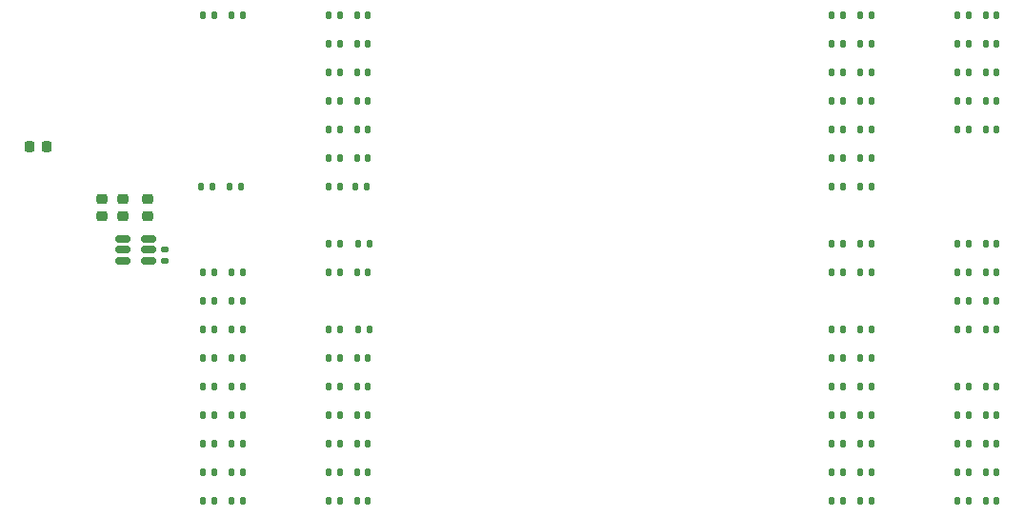
<source format=gbr>
%TF.GenerationSoftware,KiCad,Pcbnew,9.0.0+dfsg-1*%
%TF.CreationDate,2025-04-08T21:11:35-05:00*%
%TF.ProjectId,pocket-bob,706f636b-6574-42d6-926f-622e6b696361,rev?*%
%TF.SameCoordinates,Original*%
%TF.FileFunction,Paste,Top*%
%TF.FilePolarity,Positive*%
%FSLAX46Y46*%
G04 Gerber Fmt 4.6, Leading zero omitted, Abs format (unit mm)*
G04 Created by KiCad (PCBNEW 9.0.0+dfsg-1) date 2025-04-08 21:11:35*
%MOMM*%
%LPD*%
G01*
G04 APERTURE LIST*
G04 Aperture macros list*
%AMRoundRect*
0 Rectangle with rounded corners*
0 $1 Rounding radius*
0 $2 $3 $4 $5 $6 $7 $8 $9 X,Y pos of 4 corners*
0 Add a 4 corners polygon primitive as box body*
4,1,4,$2,$3,$4,$5,$6,$7,$8,$9,$2,$3,0*
0 Add four circle primitives for the rounded corners*
1,1,$1+$1,$2,$3*
1,1,$1+$1,$4,$5*
1,1,$1+$1,$6,$7*
1,1,$1+$1,$8,$9*
0 Add four rect primitives between the rounded corners*
20,1,$1+$1,$2,$3,$4,$5,0*
20,1,$1+$1,$4,$5,$6,$7,0*
20,1,$1+$1,$6,$7,$8,$9,0*
20,1,$1+$1,$8,$9,$2,$3,0*%
G04 Aperture macros list end*
%ADD10RoundRect,0.135000X-0.135000X-0.185000X0.135000X-0.185000X0.135000X0.185000X-0.135000X0.185000X0*%
%ADD11RoundRect,0.147500X0.147500X0.172500X-0.147500X0.172500X-0.147500X-0.172500X0.147500X-0.172500X0*%
%ADD12RoundRect,0.147500X-0.147500X-0.172500X0.147500X-0.172500X0.147500X0.172500X-0.147500X0.172500X0*%
%ADD13RoundRect,0.218750X-0.218750X-0.256250X0.218750X-0.256250X0.218750X0.256250X-0.218750X0.256250X0*%
%ADD14RoundRect,0.135000X0.135000X0.185000X-0.135000X0.185000X-0.135000X-0.185000X0.135000X-0.185000X0*%
%ADD15RoundRect,0.135000X-0.185000X0.135000X-0.185000X-0.135000X0.185000X-0.135000X0.185000X0.135000X0*%
%ADD16RoundRect,0.150000X0.512500X0.150000X-0.512500X0.150000X-0.512500X-0.150000X0.512500X-0.150000X0*%
%ADD17RoundRect,0.218750X0.256250X-0.218750X0.256250X0.218750X-0.256250X0.218750X-0.256250X-0.218750X0*%
%ADD18RoundRect,0.225000X0.250000X-0.225000X0.250000X0.225000X-0.250000X0.225000X-0.250000X-0.225000X0*%
G04 APERTURE END LIST*
D10*
%TO.C,R24*%
X118485000Y-81280000D03*
X119505000Y-81280000D03*
%TD*%
%TO.C,R11*%
X62605000Y-93980000D03*
X63625000Y-93980000D03*
%TD*%
%TO.C,R14*%
X62605000Y-101600000D03*
X63625000Y-101600000D03*
%TD*%
D11*
%TO.C,D68*%
X130635000Y-101600000D03*
X129665000Y-101600000D03*
%TD*%
%TO.C,D56*%
X130635000Y-71120000D03*
X129665000Y-71120000D03*
%TD*%
D10*
%TO.C,R35*%
X118485000Y-109220000D03*
X119505000Y-109220000D03*
%TD*%
D12*
%TO.C,D33*%
X115995000Y-104140000D03*
X116965000Y-104140000D03*
%TD*%
D13*
%TO.C,FB1*%
X44678500Y-80264000D03*
X46253500Y-80264000D03*
%TD*%
D14*
%TO.C,R51*%
X72265000Y-104140000D03*
X71245000Y-104140000D03*
%TD*%
D12*
%TO.C,D16*%
X60115000Y-106680000D03*
X61085000Y-106680000D03*
%TD*%
%TO.C,D12*%
X60115000Y-96520000D03*
X61085000Y-96520000D03*
%TD*%
D11*
%TO.C,D58*%
X130635000Y-76200000D03*
X129665000Y-76200000D03*
%TD*%
D10*
%TO.C,R18*%
X62605000Y-111760000D03*
X63625000Y-111760000D03*
%TD*%
D15*
%TO.C,R3*%
X56743600Y-89357200D03*
X56743600Y-90377200D03*
%TD*%
D14*
%TO.C,R58*%
X128145000Y-76200000D03*
X127125000Y-76200000D03*
%TD*%
D10*
%TO.C,R15*%
X62605000Y-104140000D03*
X63625000Y-104140000D03*
%TD*%
%TO.C,R25*%
X118485000Y-83820000D03*
X119505000Y-83820000D03*
%TD*%
%TO.C,R13*%
X62605000Y-99060000D03*
X63625000Y-99060000D03*
%TD*%
D14*
%TO.C,R70*%
X128145000Y-106680000D03*
X127125000Y-106680000D03*
%TD*%
D10*
%TO.C,R20*%
X118485000Y-71120000D03*
X119505000Y-71120000D03*
%TD*%
D12*
%TO.C,D22*%
X115995000Y-76200000D03*
X116965000Y-76200000D03*
%TD*%
D11*
%TO.C,D65*%
X130635000Y-93980000D03*
X129665000Y-93980000D03*
%TD*%
D14*
%TO.C,R65*%
X128145000Y-93980000D03*
X127125000Y-93980000D03*
%TD*%
D12*
%TO.C,D19*%
X115995000Y-68580000D03*
X116965000Y-68580000D03*
%TD*%
D10*
%TO.C,R17*%
X62605000Y-109220000D03*
X63625000Y-109220000D03*
%TD*%
D14*
%TO.C,R57*%
X128145000Y-73660000D03*
X127125000Y-73660000D03*
%TD*%
%TO.C,R68*%
X128145000Y-101600000D03*
X127125000Y-101600000D03*
%TD*%
D11*
%TO.C,D59*%
X130635000Y-78740000D03*
X129665000Y-78740000D03*
%TD*%
%TO.C,D42*%
X74755000Y-81280000D03*
X73785000Y-81280000D03*
%TD*%
D10*
%TO.C,R2*%
X62480000Y-83820000D03*
X63500000Y-83820000D03*
%TD*%
D11*
%TO.C,D63*%
X130635000Y-88900000D03*
X129665000Y-88900000D03*
%TD*%
D12*
%TO.C,D27*%
X115995000Y-88900000D03*
X116965000Y-88900000D03*
%TD*%
D11*
%TO.C,D51*%
X74755000Y-104140000D03*
X73785000Y-104140000D03*
%TD*%
D10*
%TO.C,R1*%
X62605000Y-68580000D03*
X63625000Y-68580000D03*
%TD*%
D12*
%TO.C,D21*%
X115995000Y-73660000D03*
X116965000Y-73660000D03*
%TD*%
%TO.C,D31*%
X115995000Y-99060000D03*
X116965000Y-99060000D03*
%TD*%
%TO.C,D13*%
X60115000Y-99060000D03*
X61085000Y-99060000D03*
%TD*%
D11*
%TO.C,D53*%
X74755000Y-109220000D03*
X73785000Y-109220000D03*
%TD*%
%TO.C,D45*%
X74905000Y-88900000D03*
X73935000Y-88900000D03*
%TD*%
D12*
%TO.C,D25*%
X115995000Y-83820000D03*
X116965000Y-83820000D03*
%TD*%
D10*
%TO.C,R19*%
X118485000Y-68580000D03*
X119505000Y-68580000D03*
%TD*%
D14*
%TO.C,R52*%
X72265000Y-106680000D03*
X71245000Y-106680000D03*
%TD*%
%TO.C,R42*%
X72265000Y-81280000D03*
X71245000Y-81280000D03*
%TD*%
D11*
%TO.C,D46*%
X74755000Y-91440000D03*
X73785000Y-91440000D03*
%TD*%
D12*
%TO.C,D34*%
X115995000Y-106680000D03*
X116965000Y-106680000D03*
%TD*%
D11*
%TO.C,D49*%
X74755000Y-99060000D03*
X73785000Y-99060000D03*
%TD*%
D14*
%TO.C,R43*%
X72265000Y-83820000D03*
X71245000Y-83820000D03*
%TD*%
%TO.C,R72*%
X128145000Y-111760000D03*
X127125000Y-111760000D03*
%TD*%
D12*
%TO.C,D36*%
X115995000Y-111760000D03*
X116965000Y-111760000D03*
%TD*%
D14*
%TO.C,R59*%
X128145000Y-78740000D03*
X127125000Y-78740000D03*
%TD*%
D12*
%TO.C,D18*%
X60115000Y-111760000D03*
X61085000Y-111760000D03*
%TD*%
D10*
%TO.C,R23*%
X118485000Y-78740000D03*
X119505000Y-78740000D03*
%TD*%
D14*
%TO.C,R56*%
X128145000Y-71120000D03*
X127125000Y-71120000D03*
%TD*%
%TO.C,R38*%
X72265000Y-71120000D03*
X71245000Y-71120000D03*
%TD*%
D11*
%TO.C,D54*%
X74755000Y-111760000D03*
X73785000Y-111760000D03*
%TD*%
%TO.C,D66*%
X130635000Y-96520000D03*
X129665000Y-96520000D03*
%TD*%
D10*
%TO.C,R10*%
X62605000Y-91440000D03*
X63625000Y-91440000D03*
%TD*%
D14*
%TO.C,R71*%
X128145000Y-109220000D03*
X127125000Y-109220000D03*
%TD*%
D12*
%TO.C,D20*%
X115995000Y-71120000D03*
X116965000Y-71120000D03*
%TD*%
D14*
%TO.C,R54*%
X72265000Y-111760000D03*
X71245000Y-111760000D03*
%TD*%
%TO.C,R63*%
X128145000Y-88900000D03*
X127125000Y-88900000D03*
%TD*%
D11*
%TO.C,D48*%
X74905000Y-96520000D03*
X73935000Y-96520000D03*
%TD*%
%TO.C,D71*%
X130635000Y-109220000D03*
X129665000Y-109220000D03*
%TD*%
%TO.C,D50*%
X74755000Y-101600000D03*
X73785000Y-101600000D03*
%TD*%
%TO.C,D37*%
X74755000Y-68580000D03*
X73785000Y-68580000D03*
%TD*%
D12*
%TO.C,D28*%
X115995000Y-91440000D03*
X116965000Y-91440000D03*
%TD*%
%TO.C,D1*%
X60115000Y-68580000D03*
X61085000Y-68580000D03*
%TD*%
D10*
%TO.C,R12*%
X62605000Y-96520000D03*
X63625000Y-96520000D03*
%TD*%
D12*
%TO.C,D15*%
X60115000Y-104140000D03*
X61085000Y-104140000D03*
%TD*%
D11*
%TO.C,D69*%
X130635000Y-104140000D03*
X129665000Y-104140000D03*
%TD*%
D10*
%TO.C,R36*%
X118485000Y-111760000D03*
X119505000Y-111760000D03*
%TD*%
D12*
%TO.C,D14*%
X60115000Y-101600000D03*
X61085000Y-101600000D03*
%TD*%
D14*
%TO.C,R41*%
X72265000Y-78740000D03*
X71245000Y-78740000D03*
%TD*%
D11*
%TO.C,D40*%
X74755000Y-76200000D03*
X73785000Y-76200000D03*
%TD*%
D14*
%TO.C,R37*%
X72265000Y-68580000D03*
X71245000Y-68580000D03*
%TD*%
%TO.C,R39*%
X72265000Y-73660000D03*
X71245000Y-73660000D03*
%TD*%
%TO.C,R53*%
X72265000Y-109220000D03*
X71245000Y-109220000D03*
%TD*%
D12*
%TO.C,D11*%
X60115000Y-93980000D03*
X61085000Y-93980000D03*
%TD*%
D10*
%TO.C,R34*%
X118485000Y-106680000D03*
X119505000Y-106680000D03*
%TD*%
D11*
%TO.C,D43*%
X74630000Y-83820000D03*
X73660000Y-83820000D03*
%TD*%
D14*
%TO.C,R49*%
X72265000Y-99060000D03*
X71245000Y-99060000D03*
%TD*%
D10*
%TO.C,R22*%
X118485000Y-76200000D03*
X119505000Y-76200000D03*
%TD*%
D14*
%TO.C,R55*%
X128145000Y-68580000D03*
X127125000Y-68580000D03*
%TD*%
D16*
%TO.C,U1*%
X55239500Y-90372100D03*
X55239500Y-89422100D03*
X55239500Y-88472100D03*
X52964500Y-88472100D03*
X52964500Y-89422100D03*
X52964500Y-90372100D03*
%TD*%
D10*
%TO.C,R32*%
X118485000Y-101600000D03*
X119505000Y-101600000D03*
%TD*%
D14*
%TO.C,R48*%
X72265000Y-96520000D03*
X71245000Y-96520000D03*
%TD*%
%TO.C,R45*%
X72265000Y-88900000D03*
X71245000Y-88900000D03*
%TD*%
D11*
%TO.C,D57*%
X130635000Y-73660000D03*
X129665000Y-73660000D03*
%TD*%
D14*
%TO.C,R69*%
X128145000Y-104140000D03*
X127125000Y-104140000D03*
%TD*%
D10*
%TO.C,R27*%
X118485000Y-88900000D03*
X119505000Y-88900000D03*
%TD*%
D12*
%TO.C,D35*%
X115995000Y-109220000D03*
X116965000Y-109220000D03*
%TD*%
D11*
%TO.C,D64*%
X130635000Y-91440000D03*
X129665000Y-91440000D03*
%TD*%
D14*
%TO.C,R66*%
X128145000Y-96520000D03*
X127125000Y-96520000D03*
%TD*%
D12*
%TO.C,D10*%
X60115000Y-91440000D03*
X61085000Y-91440000D03*
%TD*%
D14*
%TO.C,R40*%
X72265000Y-76200000D03*
X71245000Y-76200000D03*
%TD*%
D17*
%TO.C,FB2*%
X51130200Y-86436300D03*
X51130200Y-84861300D03*
%TD*%
D12*
%TO.C,D32*%
X115995000Y-101600000D03*
X116965000Y-101600000D03*
%TD*%
D18*
%TO.C,C1*%
X55219600Y-86423800D03*
X55219600Y-84873800D03*
%TD*%
D11*
%TO.C,D52*%
X74755000Y-106680000D03*
X73785000Y-106680000D03*
%TD*%
D14*
%TO.C,R46*%
X72265000Y-91440000D03*
X71245000Y-91440000D03*
%TD*%
D10*
%TO.C,R21*%
X118485000Y-73660000D03*
X119505000Y-73660000D03*
%TD*%
%TO.C,R28*%
X118485000Y-91440000D03*
X119505000Y-91440000D03*
%TD*%
D12*
%TO.C,D24*%
X115995000Y-81280000D03*
X116965000Y-81280000D03*
%TD*%
D11*
%TO.C,D38*%
X74755000Y-71120000D03*
X73785000Y-71120000D03*
%TD*%
D12*
%TO.C,D17*%
X60115000Y-109220000D03*
X61085000Y-109220000D03*
%TD*%
D11*
%TO.C,D72*%
X130635000Y-111760000D03*
X129665000Y-111760000D03*
%TD*%
D14*
%TO.C,R64*%
X128145000Y-91440000D03*
X127125000Y-91440000D03*
%TD*%
D12*
%TO.C,D23*%
X115995000Y-78740000D03*
X116965000Y-78740000D03*
%TD*%
%TO.C,D2*%
X59944000Y-83820000D03*
X60914000Y-83820000D03*
%TD*%
D18*
%TO.C,C2*%
X52984400Y-86423800D03*
X52984400Y-84873800D03*
%TD*%
D11*
%TO.C,D41*%
X74755000Y-78740000D03*
X73785000Y-78740000D03*
%TD*%
D10*
%TO.C,R30*%
X118485000Y-96520000D03*
X119505000Y-96520000D03*
%TD*%
D11*
%TO.C,D70*%
X130635000Y-106680000D03*
X129665000Y-106680000D03*
%TD*%
D10*
%TO.C,R33*%
X118485000Y-104140000D03*
X119505000Y-104140000D03*
%TD*%
D12*
%TO.C,D30*%
X115995000Y-96520000D03*
X116965000Y-96520000D03*
%TD*%
D14*
%TO.C,R50*%
X72265000Y-101600000D03*
X71245000Y-101600000D03*
%TD*%
D11*
%TO.C,D55*%
X130635000Y-68580000D03*
X129665000Y-68580000D03*
%TD*%
D10*
%TO.C,R31*%
X118485000Y-99060000D03*
X119505000Y-99060000D03*
%TD*%
%TO.C,R16*%
X62605000Y-106680000D03*
X63625000Y-106680000D03*
%TD*%
D11*
%TO.C,D39*%
X74755000Y-73660000D03*
X73785000Y-73660000D03*
%TD*%
M02*

</source>
